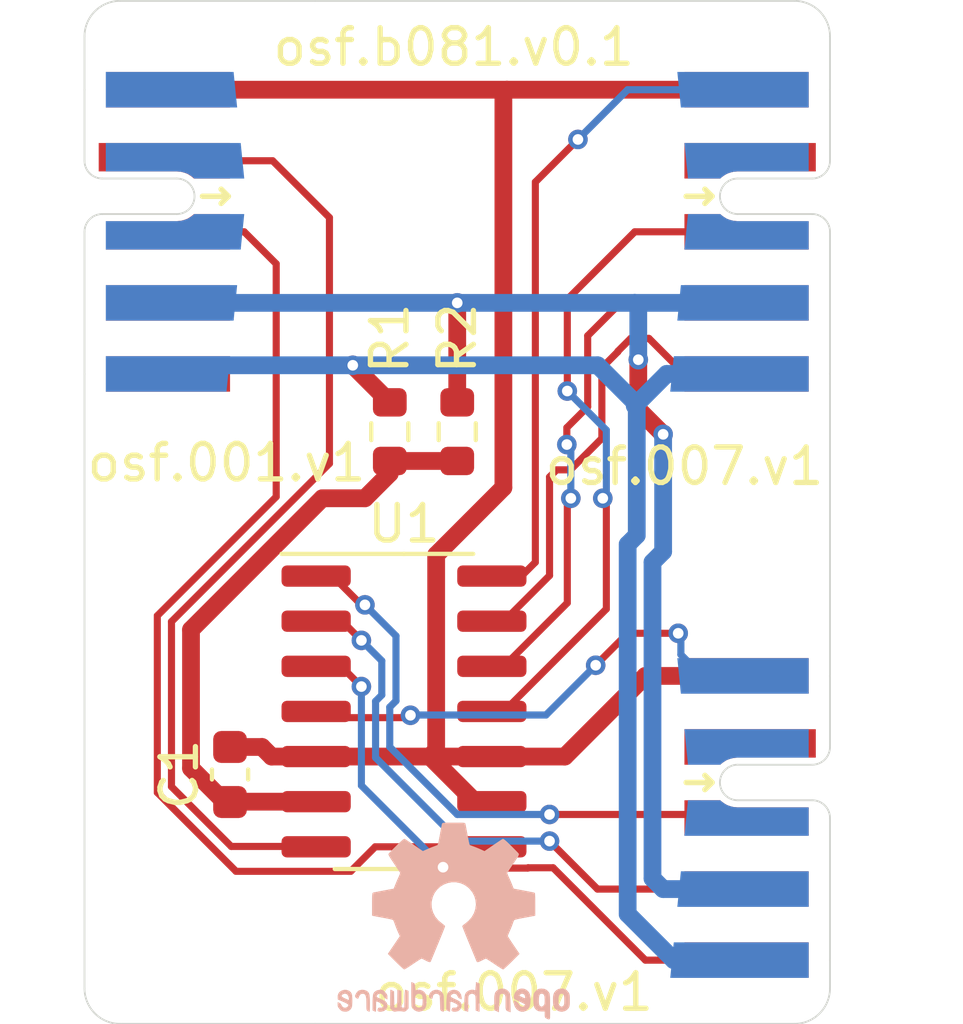
<source format=kicad_pcb>
(kicad_pcb (version 20211014) (generator pcbnew)
  (layers (0 "F.Cu" signal) (1 "In1.Cu" signal) (2 "In2.Cu" signal) (31 "B.Cu" signal) (34 "B.Paste" user) (35 "F.Paste" user) (36 "B.SilkS" user "B.Silkscreen") (37 "F.SilkS" user "F.Silkscreen") (38 "B.Mask" user) (39 "F.Mask" user) (44 "Edge.Cuts" user))
  (net 0 "")
  (net 1 "/5V")
  (net 2 "/3.3V")
  (net 3 "/ADC/SDA")
  (net 4 "/ADC/SCL")
  (net 6 "Net-(C1-Pad1)")
  (net 7 "GND")
  (net 10 "/ADC/AD4+")
  (net 11 "/ADC/AD4-")
  (net 12 "/ADC/AD3-")
  (net 13 "/ADC/AD3+")
  (net 15 "/ADC/AD2+")
  (net 16 "/ADC/AD2-")
  (net 17 "/ADC/AD1-")
  (net 18 "/ADC/AD1+")
  (footprint "on_edge:on_edge_2x05_device" (layer "F.Cu") (at 30 153.5 -90)
    (fp_text reference "J1")
    (fp_text value "001_I2C")
    (fp_line (start 0 0) (end 4 0) (layer "Edge.Cuts") (width 0.05))
    (fp_line (start -1.5 -2.6) (end -1.5 -0.5) (layer "Edge.Cuts") (width 0.05))
    (fp_line (start -0.5 -0.5) (end -0.5 -2.6) (layer "Edge.Cuts") (width 0.05))
    (fp_line (start -4 0) (end -2 0) (layer "Edge.Cuts") (width 0.05))
    (fp_arc (start 0 0) (mid -0.353553 -0.146447) (end -0.5 -0.5) (layer "Edge.Cuts") (width 0.05))
    (fp_arc (start -1.5 -2.6) (mid -1 -3.1) (end -0.5 -2.6) (layer "Edge.Cuts") (width 0.05))
    (fp_arc (start -1.5 -0.5) (mid -1.646447 -0.146447) (end -2 0) (layer "Edge.Cuts") (width 0.05))
    (pad "1" smd rect locked (at -4 -2.35 90) (size 1 3.5) (layers "F.Cu" "F.Mask") (net 7 "GND"))
    (pad "2" smd custom locked (at -2 -3.6 270) (size 1 1) (layers "F.Cu" "F.Mask") (net 3 "/ADC/SDA") (options (clearance outline) (anchor rect)) (primitives (gr_poly (pts (xy 0.5 0.52) (xy 0.48 0.54) (xy 0.44 0.59) (xy 0.4 0.65) (xy 0.37 0.7) (xy 0.35 0.75) (xy 0.33 0.81) (xy 0.31 0.89) (xy 0.3 1) (xy 0.3 3.2) (xy -0.5 3.2) (xy -0.5 -0.5) (xy 0.5 -0.5)) (width 0) (fill yes))))
    (pad "3" smd custom locked (at 0 -3.6 270) (size 1 1) (layers "F.Cu" "F.Mask") (net 4 "/ADC/SCL") (options (clearance outline) (anchor rect)) (primitives (gr_poly (pts (xy 0.5 3) (xy -0.3 3) (xy -0.3 1) (xy -0.31 0.89) (xy -0.33 0.81) (xy -0.35 0.75) (xy -0.37 0.7) (xy -0.4 0.65) (xy -0.44 0.59) (xy -0.48 0.54) (xy -0.5 0.52) (xy -0.5 -0.5) (xy 0.5 -0.5)) (width 0) (fill yes))))
    (pad "4" smd rect locked (at 2 -2.35 90) (size 1 3.5) (layers "F.Cu" "F.Mask"))
    (pad "5" smd rect locked (at 4 -2.35 90) (size 1 3.5) (layers "F.Cu" "F.Mask"))
    (pad "6" smd custom locked (at -4 -2.4 270) (size 1 3.6) (layers "B.Cu" "B.Mask") (options (clearance outline) (anchor rect)) (primitives (gr_poly (pts (xy 0.5 -1.8) (xy -0.5 -1.8) (xy 0.5 -1.9)) (width 0) (fill yes))))
    (pad "7" smd custom locked (at -2 -2.1 270) (size 0.4 0.4) (layers "B.Cu" "B.Mask") (options (clearance outline) (anchor rect)) (primitives (gr_poly (pts (xy 0.5 -0.99) (xy 0.48 -0.97) (xy 0.44 -0.92) (xy 0.4 -0.86) (xy 0.37 -0.81) (xy 0.35 -0.76) (xy 0.33 -0.7) (xy 0.31 -0.62) (xy 0.3 -0.51) (xy 0.3 1.5) (xy -0.5 1.5) (xy -0.5 -2.3) (xy 0.5 -2.4)) (width 0) (fill yes))))
    (pad "8" smd custom locked (at 0 -2.1 270) (size 0.4 0.4) (layers "B.Cu" "B.Mask") (options (clearance outline) (anchor rect)) (primitives (gr_poly (pts (xy 0.5 -2.3) (xy 0.5 1.5) (xy -0.3 1.5) (xy -0.3 -0.51) (xy -0.31 -0.62) (xy -0.33 -0.7) (xy -0.35 -0.76) (xy -0.37 -0.81) (xy -0.4 -0.86) (xy -0.44 -0.92) (xy -0.48 -0.97) (xy -0.5 -0.99) (xy -0.5 -2.4)) (width 0) (fill yes))))
    (pad "9" smd custom locked (at 2 -2.4 270) (size 1 3.6) (layers "B.Cu" "B.Mask") (net 2 "/3.3V") (options (clearance outline) (anchor rect)) (primitives (gr_poly (pts (xy 0.5 -1.8) (xy -0.5 -1.8) (xy -0.5 -1.9)) (width 0) (fill yes))))
    (pad "10" smd custom locked (at 4 -2.3 270) (size 1 3.4) (layers "B.Cu" "B.Mask") (net 1 "/5V") (options (clearance outline) (anchor rect)) (primitives (gr_poly (pts (xy 0.5 -1.7) (xy -0.5 -1.7) (xy -0.5 -1.8)) (width 0) (fill yes))))
  )
  (footprint "Resistor_SMD:R_0603_1608Metric" (layer "F.Cu") (at 40.5 159.125 90)
    (fp_text reference "R2" (at 2.625 0 90) (layer "F.SilkS"))
    (fp_text value "d.n.p")
    (pad "1" smd roundrect locked (at -0.825 0 90) (size 0.8 0.95) (layers "F.Cu" "F.Paste" "F.Mask") (net 6 "Net-(C1-Pad1)"))
    (pad "2" smd roundrect locked (at 0.825 0 90) (size 0.8 0.95) (layers "F.Cu" "F.Paste" "F.Mask") (net 2 "/3.3V"))
  )
  (footprint "Package_SO:SOIC-14_3.9x8.7mm_P1.27mm" (layer "F.Cu") (at 39 167)
    (fp_text reference "U1" (at 0 -5.28) (layer "F.SilkS"))
    (fp_text value "MCP3428")
    (pad "1" smd roundrect locked (at -2.475 -3.81) (size 1.95 0.6) (layers "F.Cu" "F.Paste" "F.Mask") (net 18 "/ADC/AD1+"))
    (pad "2" smd roundrect locked (at -2.475 -2.54) (size 1.95 0.6) (layers "F.Cu" "F.Paste" "F.Mask") (net 17 "/ADC/AD1-"))
    (pad "3" smd roundrect locked (at -2.475 -1.27) (size 1.95 0.6) (layers "F.Cu" "F.Paste" "F.Mask") (net 15 "/ADC/AD2+"))
    (pad "4" smd roundrect locked (at -2.475 0) (size 1.95 0.6) (layers "F.Cu" "F.Paste" "F.Mask") (net 16 "/ADC/AD2-"))
    (pad "5" smd roundrect locked (at -2.475 1.27) (size 1.95 0.6) (layers "F.Cu" "F.Paste" "F.Mask") (net 7 "GND"))
    (pad "6" smd roundrect locked (at -2.475 2.54) (size 1.95 0.6) (layers "F.Cu" "F.Paste" "F.Mask") (net 6 "Net-(C1-Pad1)"))
    (pad "7" smd roundrect locked (at -2.475 3.81) (size 1.95 0.6) (layers "F.Cu" "F.Paste" "F.Mask") (net 3 "/ADC/SDA"))
    (pad "8" smd roundrect locked (at 2.475 3.81) (size 1.95 0.6) (layers "F.Cu" "F.Paste" "F.Mask") (net 4 "/ADC/SCL"))
    (pad "9" smd roundrect locked (at 2.475 2.54) (size 1.95 0.6) (layers "F.Cu" "F.Paste" "F.Mask") (net 7 "GND"))
    (pad "10" smd roundrect locked (at 2.475 1.27) (size 1.95 0.6) (layers "F.Cu" "F.Paste" "F.Mask") (net 7 "GND"))
    (pad "11" smd roundrect locked (at 2.475 0) (size 1.95 0.6) (layers "F.Cu" "F.Paste" "F.Mask") (net 13 "/ADC/AD3+"))
    (pad "12" smd roundrect locked (at 2.475 -1.27) (size 1.95 0.6) (layers "F.Cu" "F.Paste" "F.Mask") (net 12 "/ADC/AD3-"))
    (pad "13" smd roundrect locked (at 2.475 -2.54) (size 1.95 0.6) (layers "F.Cu" "F.Paste" "F.Mask") (net 10 "/ADC/AD4+"))
    (pad "14" smd roundrect locked (at 2.475 -3.81) (size 1.95 0.6) (layers "F.Cu" "F.Paste" "F.Mask") (net 11 "/ADC/AD4-"))
  )
  (footprint "Resistor_SMD:R_0603_1608Metric" (layer "F.Cu") (at 38.6 159.125 90)
    (fp_text reference "R1" (at 2.625 0 90) (layer "F.SilkS"))
    (fp_text value "0R")
    (pad "1" smd roundrect locked (at -0.825 0 90) (size 0.8 0.95) (layers "F.Cu" "F.Paste" "F.Mask") (net 6 "Net-(C1-Pad1)"))
    (pad "2" smd roundrect locked (at 0.825 0 90) (size 0.8 0.95) (layers "F.Cu" "F.Paste" "F.Mask") (net 1 "/5V"))
  )
  (footprint "on_edge:on_edge_2x05_host" (layer "F.Cu") (at 51 153.5 -90)
    (fp_text reference "J2")
    (fp_text value "007_ADC")
    (fp_line (start 0 0) (end 4 0) (layer "Edge.Cuts") (width 0.05))
    (fp_line (start -1.5 0.5) (end -1.5 2.6) (layer "Edge.Cuts") (width 0.05))
    (fp_line (start -4 0) (end -2 0) (layer "Edge.Cuts") (width 0.05))
    (fp_line (start -0.5 2.6) (end -0.5 0.5) (layer "Edge.Cuts") (width 0.05))
    (fp_arc (start -0.5 2.6) (mid -1 3.1) (end -1.5 2.6) (layer "Edge.Cuts") (width 0.05))
    (fp_arc (start -2 0) (mid -1.646447 0.146447) (end -1.5 0.5) (layer "Edge.Cuts") (width 0.05))
    (fp_arc (start -0.5 0.5) (mid -0.353553 0.146447) (end 0 0) (layer "Edge.Cuts") (width 0.05))
    (pad "1" smd rect locked (at -4 2.35 270) (size 1 3.5) (layers "F.Cu" "F.Mask") (net 7 "GND"))
    (pad "2" smd custom locked (at -2 3.6 270) (size 1 1) (layers "F.Cu" "F.Mask") (options (clearance outline) (anchor rect)) (primitives (gr_poly (pts (xy 0.3 -0.99) (xy 0.31 -0.88) (xy 0.33 -0.8) (xy 0.35 -0.74) (xy 0.37 -0.69) (xy 0.4 -0.64) (xy 0.44 -0.58) (xy 0.48 -0.53) (xy 0.5 -0.51) (xy 0.5 0.5) (xy -0.5 0.5) (xy -0.5 -3.2) (xy 0.3 -3.2)) (width 0) (fill yes))))
    (pad "3" smd custom locked (at 0 3.6 270) (size 1 1) (layers "F.Cu" "F.Mask") (net 13 "/ADC/AD3+") (options (clearance outline) (anchor rect)) (primitives (gr_poly (pts (xy 0.5 0.5) (xy -0.5 0.5) (xy -0.5 -0.51) (xy -0.48 -0.53) (xy -0.44 -0.58) (xy -0.4 -0.64) (xy -0.37 -0.69) (xy -0.35 -0.74) (xy -0.33 -0.8) (xy -0.31 -0.88) (xy -0.3 -0.99) (xy -0.3 -3) (xy 0.5 -3)) (width 0) (fill yes))))
    (pad "4" smd rect locked (at 2 2.35 270) (size 1 3.5) (layers "F.Cu" "F.Mask") (net 12 "/ADC/AD3-"))
    (pad "5" smd rect locked (at 4 2.35 270) (size 1 3.5) (layers "F.Cu" "F.Mask") (net 10 "/ADC/AD4+"))
    (pad "6" smd custom locked (at -4 2.4 90) (size 1 3.6) (layers "B.Cu" "B.Mask") (net 11 "/ADC/AD4-") (options (clearance outline) (anchor rect)) (primitives (gr_poly (pts (xy 0.5 -1.8) (xy -0.5 -1.8) (xy 0.5 -1.9)) (width 0) (fill yes))))
    (pad "7" smd custom locked (at -2 2.1 90) (size 0.4 0.4) (layers "B.Cu" "B.Mask") (options (clearance outline) (anchor rect)) (primitives (gr_poly (pts (xy 0.5 1.5) (xy -0.3 1.5) (xy -0.3 -0.51) (xy -0.31 -0.62) (xy -0.33 -0.7) (xy -0.35 -0.76) (xy -0.37 -0.81) (xy -0.4 -0.86) (xy -0.44 -0.92) (xy -0.48 -0.97) (xy -0.5 -0.99) (xy -0.5 -1.9) (xy 0.5 -2)) (width 0) (fill yes))))
    (pad "8" smd custom locked (at 0 2.1 90) (size 0.4 0.4) (layers "B.Cu" "B.Mask") (options (clearance outline) (anchor rect)) (primitives (gr_poly (pts (xy 0.5 -1.9) (xy 0.5 -0.99) (xy 0.48 -0.97) (xy 0.44 -0.92) (xy 0.4 -0.86) (xy 0.37 -0.81) (xy 0.35 -0.76) (xy 0.33 -0.7) (xy 0.31 -0.62) (xy 0.3 -0.51) (xy 0.3 1.5) (xy -0.5 1.5) (xy -0.5 -2)) (width 0) (fill yes))))
    (pad "9" smd custom locked (at 2 2.4 90) (size 1 3.6) (layers "B.Cu" "B.Mask") (net 2 "/3.3V") (options (clearance outline) (anchor rect)) (primitives (gr_poly (pts (xy 0.5 -1.8) (xy -0.5 -1.8) (xy -0.5 -1.9)) (width 0) (fill yes))))
    (pad "10" smd custom locked (at 4 2.5 90) (size 1 3.8) (layers "B.Cu" "B.Mask") (net 1 "/5V") (options (clearance outline) (anchor rect)) (primitives (gr_poly (pts (xy 0.5 -1.9) (xy -0.5 -1.9) (xy -0.5 -2)) (width 0) (fill yes))))
  )
  (footprint "on_edge:on_edge_2x05_host" (layer "F.Cu") (at 51 170 -90)
    (fp_text reference "J3")
    (fp_text value "007_ADC")
    (fp_line (start -4 0) (end -2 0) (layer "Edge.Cuts") (width 0.05))
    (fp_line (start -0.5 2.6) (end -0.5 0.5) (layer "Edge.Cuts") (width 0.05))
    (fp_line (start -1.5 0.5) (end -1.5 2.6) (layer "Edge.Cuts") (width 0.05))
    (fp_line (start 0 0) (end 4 0) (layer "Edge.Cuts") (width 0.05))
    (fp_arc (start -0.5 0.5) (mid -0.353553 0.146447) (end 0 0) (layer "Edge.Cuts") (width 0.05))
    (fp_arc (start -0.5 2.6) (mid -1 3.1) (end -1.5 2.6) (layer "Edge.Cuts") (width 0.05))
    (fp_arc (start -2 0) (mid -1.646447 0.146447) (end -1.5 0.5) (layer "Edge.Cuts") (width 0.05))
    (pad "1" smd rect locked (at -4 2.35 270) (size 1 3.5) (layers "F.Cu" "F.Mask") (net 7 "GND"))
    (pad "2" smd custom locked (at -2 3.6 270) (size 1 1) (layers "F.Cu" "F.Mask") (options (clearance outline) (anchor rect)) (primitives (gr_poly (pts (xy 0.3 -0.99) (xy 0.31 -0.88) (xy 0.33 -0.8) (xy 0.35 -0.74) (xy 0.37 -0.69) (xy 0.4 -0.64) (xy 0.44 -0.58) (xy 0.48 -0.53) (xy 0.5 -0.51) (xy 0.5 0.5) (xy -0.5 0.5) (xy -0.5 -3.2) (xy 0.3 -3.2)) (width 0) (fill yes))))
    (pad "3" smd custom locked (at 0 3.6 270) (size 1 1) (layers "F.Cu" "F.Mask") (net 18 "/ADC/AD1+") (options (clearance outline) (anchor rect)) (primitives (gr_poly (pts (xy 0.5 0.5) (xy -0.5 0.5) (xy -0.5 -0.51) (xy -0.48 -0.53) (xy -0.44 -0.58) (xy -0.4 -0.64) (xy -0.37 -0.69) (xy -0.35 -0.74) (xy -0.33 -0.8) (xy -0.31 -0.88) (xy -0.3 -0.99) (xy -0.3 -3) (xy 0.5 -3)) (width 0) (fill yes))))
    (pad "4" smd rect locked (at 2 2.35 270) (size 1 3.5) (layers "F.Cu" "F.Mask") (net 17 "/ADC/AD1-"))
    (pad "5" smd rect locked (at 4 2.35 270) (size 1 3.5) (layers "F.Cu" "F.Mask") (net 15 "/ADC/AD2+"))
    (pad "6" smd custom locked (at -4 2.4 90) (size 1 3.6) (layers "B.Cu" "B.Mask") (net 16 "/ADC/AD2-") (options (clearance outline) (anchor rect)) (primitives (gr_poly (pts (xy 0.5 -1.8) (xy -0.5 -1.8) (xy 0.5 -1.9)) (width 0) (fill yes))))
    (pad "7" smd custom locked (at -2 2.1 90) (size 0.4 0.4) (layers "B.Cu" "B.Mask") (options (clearance outline) (anchor rect)) (primitives (gr_poly (pts (xy 0.5 1.5) (xy -0.3 1.5) (xy -0.3 -0.51) (xy -0.31 -0.62) (xy -0.33 -0.7) (xy -0.35 -0.76) (xy -0.37 -0.81) (xy -0.4 -0.86) (xy -0.44 -0.92) (xy -0.48 -0.97) (xy -0.5 -0.99) (xy -0.5 -1.9) (xy 0.5 -2)) (width 0) (fill yes))))
    (pad "8" smd custom locked (at 0 2.1 90) (size 0.4 0.4) (layers "B.Cu" "B.Mask") (options (clearance outline) (anchor rect)) (primitives (gr_poly (pts (xy 0.5 -1.9) (xy 0.5 -0.99) (xy 0.48 -0.97) (xy 0.44 -0.92) (xy 0.4 -0.86) (xy 0.37 -0.81) (xy 0.35 -0.76) (xy 0.33 -0.7) (xy 0.31 -0.62) (xy 0.3 -0.51) (xy 0.3 1.5) (xy -0.5 1.5) (xy -0.5 -2)) (width 0) (fill yes))))
    (pad "9" smd custom locked (at 2 2.4 90) (size 1 3.6) (layers "B.Cu" "B.Mask") (net 2 "/3.3V") (options (clearance outline) (anchor rect)) (primitives (gr_poly (pts (xy 0.5 -1.8) (xy -0.5 -1.8) (xy -0.5 -1.9)) (width 0) (fill yes))))
    (pad "10" smd custom locked (at 4 2.5 90) (size 1 3.8) (layers "B.Cu" "B.Mask") (net 1 "/5V") (options (clearance outline) (anchor rect)) (primitives (gr_poly (pts (xy 0.5 -1.9) (xy -0.5 -1.9) (xy -0.5 -2)) (width 0) (fill yes))))
  )
  (footprint "Capacitor_SMD:C_0603_1608Metric" (layer "F.Cu") (at 34.1 168.775 90)
    (fp_text reference "C1" (at 0 -1.43 90) (layer "F.SilkS"))
    (fp_text value "100nF")
    (pad "1" smd roundrect locked (at -0.775 0 90) (size 0.9 0.95) (layers "F.Cu" "F.Paste" "F.Mask") (net 6 "Net-(C1-Pad1)"))
    (pad "2" smd roundrect locked (at 0.775 0 90) (size 0.9 0.95) (layers "F.Cu" "F.Paste" "F.Mask") (net 7 "GND"))
  )
  (footprint "Symbol:OSHW-Logo2_7.3x6mm_SilkScreen" (layer "B.Cu") (at 40.4 172.892893 180)
    (fp_text reference "l1" hide)
    (fp_text value "Logo_Open_Hardware_Larg" hide)
  )
  (gr_line (start 31 175.792893) (end 36.5 175.792893) (layer "Edge.Cuts") (width 0.05))
  (gr_line (start 51 149.5) (end 51 148) (layer "Edge.Cuts") (width 0.05))
  (gr_arc (start 31 175.792893) (mid 30.292893 175.5) (end 30 174.792893) (layer "Edge.Cuts") (width 0.05))
  (gr_arc (start 50 147) (mid 50.707107 147.292893) (end 51 148) (layer "Edge.Cuts") (width 0.05))
  (gr_arc (start 51 174.792893) (mid 50.707107 175.5) (end 50 175.792893) (layer "Edge.Cuts") (width 0.05))
  (gr_line (start 30 157.5) (end 30 174.792893) (layer "Edge.Cuts") (width 0.05))
  (gr_arc (start 30 148) (mid 30.292893 147.292893) (end 31 147) (layer "Edge.Cuts") (width 0.05))
  (gr_line (start 36.5 147) (end 31 147) (layer "Edge.Cuts") (width 0.05))
  (gr_line (start 36.5 147) (end 50 147) (layer "Edge.Cuts") (width 0.05))
  (gr_line (start 30 149.5) (end 30 148) (layer "Edge.Cuts") (width 0.05))
  (gr_line (start 50 175.792893) (end 36.5 175.792893) (layer "Edge.Cuts") (width 0.05))
  (gr_line (start 51 166) (end 51 157.5) (layer "Edge.Cuts") (width 0.05))
  (gr_line (start 51 174.792893) (end 51 174) (layer "Edge.Cuts") (width 0.05))
  (gr_text "osf.007.v1" (at 42.1 174.9) (layer "F.SilkS") (effects (font (size 1 1))))
  (gr_text "osf.b081.v0.1" (at 40.4 148.3) (layer "F.SilkS") (effects (font (size 1 1))))
  (gr_text "osf.007.v1" (at 46.9 160.1) (layer "F.SilkS") (effects (font (size 1 1))))
  (gr_text "osf.001.v1" (at 34 160) (layer "F.SilkS") (effects (font (size 1 1))))
  (segment (start 38.6 158.3) (end 37.556781 157.256781) (width 0.5) (layer "F.Cu") (net 1))
  (via (at 37.556781 157.256781) (size 0.55) (drill 0.3) (layers "F.Cu" "B.Cu") (net 1))
  (segment (start 48.5 174) (end 46.6 174) (width 0.5) (layer "B.Cu") (net 1))
  (segment (start 45.556781 158.356781) (end 44.456781 157.256781) (width 0.5) (layer "B.Cu") (net 1))
  (segment (start 44.456781 157.256781) (end 37.556781 157.256781) (width 0.5) (layer "B.Cu") (net 1))
  (segment (start 45.3 162.3) (end 45.556781 162.043219) (width 0.5) (layer "B.Cu") (net 1))
  (segment (start 45.3 172.7) (end 45.3 162.3) (width 0.5) (layer "B.Cu") (net 1))
  (segment (start 45.5 158.4) (end 46.4 157.5) (width 0.5) (layer "B.Cu") (net 1))
  (segment (start 46.4 157.5) (end 48.5 157.5) (width 0.5) (layer "B.Cu") (net 1))
  (segment (start 46.6 174) (end 45.3 172.7) (width 0.5) (layer "B.Cu") (net 1))
  (segment (start 32.3 157.5) (end 32.543219 157.256781) (width 0.5) (layer "B.Cu") (net 1))
  (segment (start 32.543219 157.256781) (end 37.556781 157.256781) (width 0.5) (layer "B.Cu") (net 1))
  (segment (start 45.556781 162.043219) (end 45.556781 158.356781) (width 0.5) (layer "B.Cu") (net 1))
  (segment (start 46.3 159.2) (end 45.6 158.5) (width 0.5) (layer "F.Cu") (net 2))
  (segment (start 45.6 158.5) (end 45.6 157.1) (width 0.5) (layer "F.Cu") (net 2))
  (segment (start 40.5 158.3) (end 40.5 155.5) (width 0.5) (layer "F.Cu") (net 2))
  (via (at 45.6 157.1) (size 0.55) (drill 0.3) (layers "F.Cu" "B.Cu") (net 2))
  (via (at 46.3 159.2) (size 0.55) (drill 0.3) (layers "F.Cu" "B.Cu") (net 2))
  (via (at 40.5 155.5) (size 0.55) (drill 0.3) (layers "F.Cu" "B.Cu") (net 2))
  (segment (start 45.6 155.6) (end 45.5 155.5) (width 0.5) (layer "B.Cu") (net 2))
  (segment (start 46 171.7) (end 46.3 172) (width 0.5) (layer "B.Cu") (net 2))
  (segment (start 45.5 155.5) (end 40.5 155.5) (width 0.5) (layer "B.Cu") (net 2))
  (segment (start 46.3 159.2) (end 46.3 162.5) (width 0.5) (layer "B.Cu") (net 2))
  (segment (start 46.3 162.5) (end 46 162.8) (width 0.5) (layer "B.Cu") (net 2))
  (segment (start 48.6 155.5) (end 45.5 155.5) (width 0.5) (layer "B.Cu") (net 2))
  (segment (start 46.3 172) (end 48.6 172) (width 0.5) (layer "B.Cu") (net 2))
  (segment (start 40.5 155.5) (end 32.4 155.5) (width 0.5) (layer "B.Cu") (net 2))
  (segment (start 46 162.8) (end 46 171.7) (width 0.5) (layer "B.Cu") (net 2))
  (segment (start 45.6 157.1) (end 45.6 155.6) (width 0.5) (layer "B.Cu") (net 2))
  (segment (start 32.450481 164.472381) (end 32.45048 169.117263) (width 0.2) (layer "F.Cu") (net 3))
  (segment (start 33.6 151.5) (end 35.3 151.5) (width 0.2) (layer "F.Cu") (net 3))
  (segment (start 35.3 151.5) (end 36.9 153.1) (width 0.2) (layer "F.Cu") (net 3))
  (segment (start 36.9 153.1) (end 36.9 160.022862) (width 0.2) (layer "F.Cu") (net 3))
  (segment (start 34.133217 170.8) (end 36.515 170.8) (width 0.2) (layer "F.Cu") (net 3))
  (segment (start 32.45048 169.117263) (end 34.133217 170.8) (width 0.2) (layer "F.Cu") (net 3))
  (segment (start 36.515 170.8) (end 36.525 170.81) (width 0.2) (layer "F.Cu") (net 3))
  (segment (start 36.9 160.022862) (end 32.450481 164.472381) (width 0.2) (layer "F.Cu") (net 3))
  (segment (start 32.050962 164.306894) (end 32.050961 169.28275) (width 0.2) (layer "F.Cu") (net 4))
  (segment (start 35.4 160.957856) (end 32.050962 164.306894) (width 0.2) (layer "F.Cu") (net 4))
  (segment (start 38.19 170.81) (end 41.475 170.81) (width 0.2) (layer "F.Cu") (net 4))
  (segment (start 37.5 171.5) (end 38.19 170.81) (width 0.2) (layer "F.Cu") (net 4))
  (segment (start 32.050961 169.28275) (end 34.268211 171.5) (width 0.2) (layer "F.Cu") (net 4))
  (segment (start 33.6 153.5) (end 34.5 153.5) (width 0.2) (layer "F.Cu") (net 4))
  (segment (start 35.4 154.4) (end 35.4 160.957856) (width 0.2) (layer "F.Cu") (net 4))
  (segment (start 34.268211 171.5) (end 37.5 171.5) (width 0.2) (layer "F.Cu") (net 4))
  (segment (start 34.5 153.5) (end 35.4 154.4) (width 0.2) (layer "F.Cu") (net 4))
  (segment (start 38.6 159.95) (end 40.5 159.95) (width 0.5) (layer "F.Cu") (net 6))
  (segment (start 33 164.7) (end 36.7 161) (width 0.5) (layer "F.Cu") (net 6))
  (segment (start 34.1 169.55) (end 33.95 169.55) (width 0.5) (layer "F.Cu") (net 6))
  (segment (start 38.6 160.3) (end 38.6 159.95) (width 0.5) (layer "F.Cu") (net 6))
  (segment (start 33 168.6) (end 33 164.7) (width 0.5) (layer "F.Cu") (net 6))
  (segment (start 37.9 161) (end 38.6 160.3) (width 0.5) (layer "F.Cu") (net 6))
  (segment (start 36.525 169.54) (end 34.11 169.54) (width 0.5) (layer "F.Cu") (net 6))
  (segment (start 34.11 169.54) (end 34.1 169.55) (width 0.5) (layer "F.Cu") (net 6))
  (segment (start 36.7 161) (end 37.9 161) (width 0.5) (layer "F.Cu") (net 6))
  (segment (start 33.95 169.55) (end 33 168.6) (width 0.5) (layer "F.Cu") (net 6))
  (segment (start 41 169.54) (end 39.73 168.27) (width 0.5) (layer "F.Cu") (net 7))
  (segment (start 35.27 168.27) (end 36.525 168.27) (width 0.5) (layer "F.Cu") (net 7))
  (segment (start 39.73 168.27) (end 39.906286 168.093714) (width 0.5) (layer "F.Cu") (net 7))
  (segment (start 41.8 160.7) (end 41.8 149.6) (width 0.5) (layer "F.Cu") (net 7))
  (segment (start 39.906286 168.093714) (end 39.906286 162.593714) (width 0.5) (layer "F.Cu") (net 7))
  (segment (start 45.8 166) (end 48.65 166) (width 0.5) (layer "F.Cu") (net 7))
  (segment (start 41.475 168.27) (end 43.53 168.27) (width 0.5) (layer "F.Cu") (net 7))
  (segment (start 32.35 149.5) (end 41.9 149.5) (width 0.5) (layer "F.Cu") (net 7))
  (segment (start 39.906286 162.593714) (end 41.8 160.7) (width 0.5) (layer "F.Cu") (net 7))
  (segment (start 43.53 168.27) (end 45.8 166) (width 0.5) (layer "F.Cu") (net 7))
  (segment (start 36.525 168.27) (end 39.73 168.27) (width 0.5) (layer "F.Cu") (net 7))
  (segment (start 35 168) (end 35.27 168.27) (width 0.5) (layer "F.Cu") (net 7))
  (segment (start 41.9 149.5) (end 48.65 149.5) (width 0.5) (layer "F.Cu") (net 7))
  (segment (start 34.1 168) (end 35 168) (width 0.5) (layer "F.Cu") (net 7))
  (segment (start 41.475 169.54) (end 41 169.54) (width 0.5) (layer "F.Cu") (net 7))
  (segment (start 41.8 149.6) (end 41.9 149.5) (width 0.5) (layer "F.Cu") (net 7))
  (segment (start 39.73 168.27) (end 41.475 168.27) (width 0.5) (layer "F.Cu") (net 7))
  (segment (start 41.815717 164.46) (end 43.1 163.175717) (width 0.2) (layer "F.Cu") (net 10))
  (segment (start 45.025489 156.874511) (end 45.025489 156.862029) (width 0.2) (layer "F.Cu") (net 10))
  (segment (start 46.9 157.5) (end 48.65 157.5) (width 0.2) (layer "F.Cu") (net 10))
  (segment (start 45.025489 156.862029) (end 45.387518 156.5) (width 0.2) (layer "F.Cu") (net 10))
  (segment (start 45.387518 156.5) (end 45.9 156.5) (width 0.2) (layer "F.Cu") (net 10))
  (segment (start 43.1 163.175717) (end 43.1 160.4) (width 0.2) (layer "F.Cu") (net 10))
  (segment (start 43.1 160.4) (end 43.3 160.2) (width 0.2) (layer "F.Cu") (net 10))
  (segment (start 43.687532 160.2) (end 44.574031 159.313501) (width 0.2) (layer "F.Cu") (net 10))
  (segment (start 43.3 160.2) (end 43.687532 160.2) (width 0.2) (layer "F.Cu") (net 10))
  (segment (start 45.9 156.5) (end 46.9 157.5) (width 0.2) (layer "F.Cu") (net 10))
  (segment (start 44.574031 159.313501) (end 44.574031 157.325969) (width 0.2) (layer "F.Cu") (net 10))
  (segment (start 44.574031 157.325969) (end 45.025489 156.874511) (width 0.2) (layer "F.Cu") (net 10))
  (segment (start 41.475 164.46) (end 41.815717 164.46) (width 0.2) (layer "F.Cu") (net 10))
  (segment (start 43.9 150.9) (end 42.7 152.1) (width 0.2) (layer "F.Cu") (net 11))
  (segment (start 42.7 152.1) (end 42.7 162.8) (width 0.2) (layer "F.Cu") (net 11))
  (segment (start 42.7 162.8) (end 42.31 163.19) (width 0.2) (layer "F.Cu") (net 11))
  (segment (start 42.31 163.19) (end 41.475 163.19) (width 0.2) (layer "F.Cu") (net 11))
  (via (at 43.9 150.9) (size 0.55) (drill 0.3) (layers "F.Cu" "B.Cu") (net 11))
  (segment (start 43.9 150.9) (end 45.3 149.5) (width 0.2) (layer "B.Cu") (net 11))
  (segment (start 45.3 149.5) (end 48.6 149.5) (width 0.2) (layer "B.Cu") (net 11))
  (segment (start 44.174511 158.425489) (end 44.174511 156.425489) (width 0.2) (layer "F.Cu") (net 12))
  (segment (start 41.815717 165.73) (end 41.475 165.73) (width 0.2) (layer "F.Cu") (net 12))
  (segment (start 43.587525 159.012475) (end 44.174511 158.425489) (width 0.2) (layer "F.Cu") (net 12))
  (segment (start 44.174511 156.425489) (end 45.1 155.5) (width 0.2) (layer "F.Cu") (net 12))
  (segment (start 45.1 155.5) (end 48.65 155.5) (width 0.2) (layer "F.Cu") (net 12))
  (segment (start 43.6 161.1) (end 43.6 163.945717) (width 0.2) (layer "F.Cu") (net 12))
  (segment (start 43.7 161) (end 43.6 161.1) (width 0.2) (layer "F.Cu") (net 12))
  (segment (start 43.6 163.945717) (end 41.815717 165.73) (width 0.2) (layer "F.Cu") (net 12))
  (segment (start 43.587525 159.487525) (end 43.587525 159.012475) (width 0.2) (layer "F.Cu") (net 12))
  (via (at 43.7 161) (size 0.55) (drill 0.3) (layers "F.Cu" "B.Cu") (net 12))
  (via (at 43.587525 159.487525) (size 0.55) (drill 0.3) (layers "F.Cu" "B.Cu") (net 12))
  (segment (start 43.7 159.6) (end 43.7 161) (width 0.2) (layer "B.Cu") (net 12))
  (segment (start 43.587525 159.487525) (end 43.7 159.6) (width 0.2) (layer "B.Cu") (net 12))
  (segment (start 45.5 153.5) (end 47.4 153.5) (width 0.2) (layer "F.Cu") (net 13))
  (segment (start 43.6 155.4) (end 45.5 153.5) (width 0.2) (layer "F.Cu") (net 13))
  (segment (start 44.6 161) (end 44.7 161.1) (width 0.2) (layer "F.Cu") (net 13))
  (segment (start 41.815717 167) (end 41.475 167) (width 0.2) (layer "F.Cu") (net 13))
  (segment (start 44.7 164.115717) (end 41.815717 167) (width 0.2) (layer "F.Cu") (net 13))
  (segment (start 43.6 157.981292) (end 43.6 155.4) (width 0.2) (layer "F.Cu") (net 13))
  (segment (start 44.7 161.1) (end 44.7 164.115717) (width 0.2) (layer "F.Cu") (net 13))
  (via (at 44.6 161) (size 0.55) (drill 0.3) (layers "F.Cu" "B.Cu") (net 13))
  (via (at 43.6 157.981292) (size 0.55) (drill 0.3) (layers "F.Cu" "B.Cu") (net 13))
  (segment (start 43.6 157.981292) (end 44.7 159.081292) (width 0.2) (layer "B.Cu") (net 13))
  (segment (start 44.7 159.081292) (end 44.7 160.9) (width 0.2) (layer "B.Cu") (net 13))
  (segment (start 44.7 160.9) (end 44.6 161) (width 0.2) (layer "B.Cu") (net 13))
  (segment (start 42.495717 171.4) (end 43.2 171.4) (width 0.2) (layer "F.Cu") (net 15))
  (segment (start 37.23 165.73) (end 36.525 165.73) (width 0.2) (layer "F.Cu") (net 15))
  (segment (start 45.8 174) (end 48.65 174) (width 0.2) (layer "F.Cu") (net 15))
  (segment (start 42.486197 171.40952) (end 42.495717 171.4) (width 0.2) (layer "F.Cu") (net 15))
  (segment (start 37.8 166.3) (end 37.23 165.73) (width 0.2) (layer "F.Cu") (net 15))
  (segment (start 40.1 171.3845) (end 40.12502 171.40952) (width 0.2) (layer "F.Cu") (net 15))
  (segment (start 43.2 171.4) (end 45.8 174) (width 0.2) (layer "F.Cu") (net 15))
  (segment (start 40.12502 171.40952) (end 42.486197 171.40952) (width 0.2) (layer "F.Cu") (net 15))
  (via (at 40.1 171.3845) (size 0.55) (drill 0.3) (layers "F.Cu" "B.Cu") (net 15))
  (via (at 37.8 166.3) (size 0.55) (drill 0.3) (layers "F.Cu" "B.Cu") (net 15))
  (segment (start 37.8 169.0845) (end 37.8 166.3) (width 0.2) (layer "B.Cu") (net 15))
  (segment (start 40.1 171.3845) (end 37.8 169.0845) (width 0.2) (layer "B.Cu") (net 15))
  (segment (start 44.4 165.7) (end 45.3 164.8) (width 0.2) (layer "F.Cu") (net 16))
  (segment (start 39.181775 167.108174) (end 39.115438 167.174511) (width 0.2) (layer "F.Cu") (net 16))
  (segment (start 45.3 164.8) (end 46.7245 164.8) (width 0.2) (layer "F.Cu") (net 16))
  (segment (start 39.115438 167.174511) (end 36.699511 167.174511) (width 0.2) (layer "F.Cu") (net 16))
  (segment (start 36.699511 167.174511) (end 36.525 167) (width 0.2) (layer "F.Cu") (net 16))
  (via (at 46.7245 164.8) (size 0.55) (drill 0.3) (layers "F.Cu" "B.Cu") (net 16))
  (via (at 44.4 165.7) (size 0.55) (drill 0.3) (layers "F.Cu" "B.Cu") (net 16))
  (via (at 39.181775 167.108174) (size 0.55) (drill 0.3) (layers "F.Cu" "B.Cu") (net 16))
  (segment (start 46.8 164.8755) (end 46.8 165.4) (width 0.2) (layer "B.Cu") (net 16))
  (segment (start 43 167.1) (end 44.4 165.7) (width 0.2) (layer "B.Cu") (net 16))
  (segment (start 39.181775 167.108174) (end 39.189949 167.1) (width 0.2) (layer "B.Cu") (net 16))
  (segment (start 47.4 166) (end 48.6 166) (width 0.2) (layer "B.Cu") (net 16))
  (segment (start 39.189949 167.1) (end 43 167.1) (width 0.2) (layer "B.Cu") (net 16))
  (segment (start 46.8 165.4) (end 47.4 166) (width 0.2) (layer "B.Cu") (net 16))
  (segment (start 46.7245 164.8) (end 46.8 164.8755) (width 0.2) (layer "B.Cu") (net 16))
  (segment (start 44.450497 172) (end 48.65 172) (width 0.2) (layer "F.Cu") (net 17))
  (segment (start 43.1 170.649503) (end 44.450497 172) (width 0.2) (layer "F.Cu") (net 17))
  (segment (start 37.8 165) (end 37.26 164.46) (width 0.2) (layer "F.Cu") (net 17))
  (segment (start 37.26 164.46) (end 36.525 164.46) (width 0.2) (layer "F.Cu") (net 17))
  (via (at 43.1 170.649503) (size 0.55) (drill 0.3) (layers "F.Cu" "B.Cu") (net 17))
  (via (at 37.8 165) (size 0.55) (drill 0.3) (layers "F.Cu" "B.Cu") (net 17))
  (segment (start 38.374511 166.537971) (end 38.374511 165.574511) (width 0.2) (layer "B.Cu") (net 17))
  (segment (start 38.19952 166.712962) (end 38.374511 166.537971) (width 0.2) (layer "B.Cu") (net 17))
  (segment (start 40.549503 170.649503) (end 38.19952 168.29952) (width 0.2) (layer "B.Cu") (net 17))
  (segment (start 38.374511 165.574511) (end 37.8 165) (width 0.2) (layer "B.Cu") (net 17))
  (segment (start 43.1 170.649503) (end 40.549503 170.649503) (width 0.2) (layer "B.Cu") (net 17))
  (segment (start 38.19952 168.29952) (end 38.19952 166.712962) (width 0.2) (layer "B.Cu") (net 17))
  (segment (start 43.1 169.9) (end 47.3 169.9) (width 0.2) (layer "F.Cu") (net 18))
  (segment (start 36.99 163.19) (end 36.525 163.19) (width 0.2) (layer "F.Cu") (net 18))
  (segment (start 37.8 164) (end 36.99 163.19) (width 0.2) (layer "F.Cu") (net 18))
  (segment (start 37.9 164) (end 37.8 164) (width 0.2) (layer "F.Cu") (net 18))
  (segment (start 47.3 169.9) (end 47.4 170) (width 0.2) (layer "F.Cu") (net 18))
  (via (at 37.9 164) (size 0.55) (drill 0.3) (layers "F.Cu" "B.Cu") (net 18))
  (via (at 43.1 169.9) (size 0.55) (drill 0.3) (layers "F.Cu" "B.Cu") (net 18))
  (segment (start 38.77403 164.87403) (end 38.77403 166.703458) (width 0.2) (layer "B.Cu") (net 18))
  (segment (start 38.77403 166.703458) (end 38.59904 166.878448) (width 0.2) (layer "B.Cu") (net 18))
  (segment (start 40.5 169.9) (end 43.1 169.9) (width 0.2) (layer "B.Cu") (net 18))
  (segment (start 38.59904 167.99904) (end 40.5 169.9) (width 0.2) (layer "B.Cu") (net 18))
  (segment (start 38.59904 166.878448) (end 38.59904 167.99904) (width 0.2) (layer "B.Cu") (net 18))
  (segment (start 37.9 164) (end 38.77403 164.87403) (width 0.2) (layer "B.Cu") (net 18))
)
</source>
